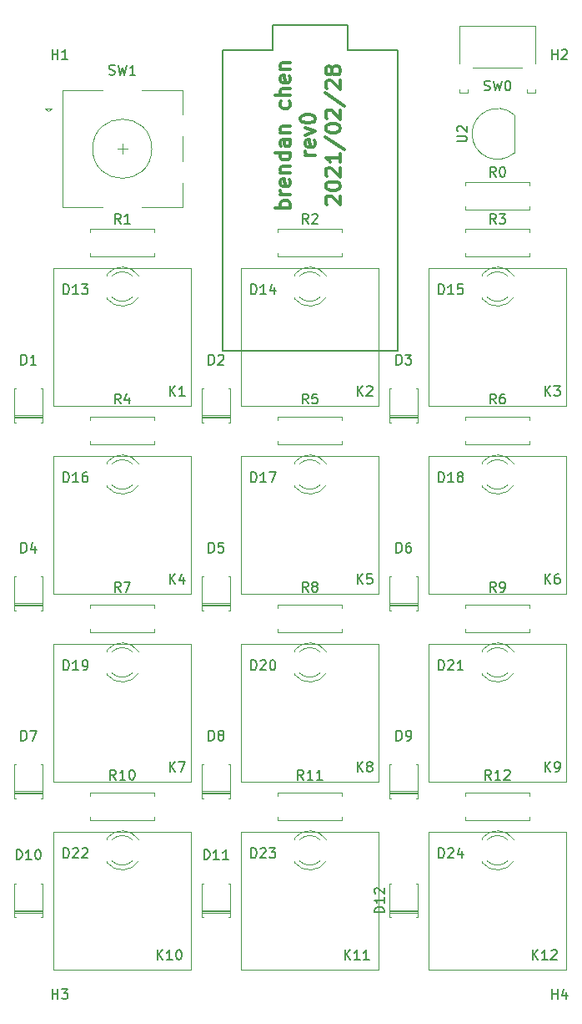
<source format=gto>
%TF.GenerationSoftware,KiCad,Pcbnew,(5.1.9)-1*%
%TF.CreationDate,2021-03-01T21:33:36-08:00*%
%TF.ProjectId,numpad,6e756d70-6164-42e6-9b69-6361645f7063,rev?*%
%TF.SameCoordinates,Original*%
%TF.FileFunction,Legend,Top*%
%TF.FilePolarity,Positive*%
%FSLAX46Y46*%
G04 Gerber Fmt 4.6, Leading zero omitted, Abs format (unit mm)*
G04 Created by KiCad (PCBNEW (5.1.9)-1) date 2021-03-01 21:33:36*
%MOMM*%
%LPD*%
G01*
G04 APERTURE LIST*
%ADD10C,0.300000*%
%ADD11C,0.120000*%
%ADD12C,0.150000*%
G04 APERTURE END LIST*
D10*
X222703321Y-57585642D02*
X221203321Y-57585642D01*
X221774750Y-57585642D02*
X221703321Y-57442785D01*
X221703321Y-57157071D01*
X221774750Y-57014214D01*
X221846178Y-56942785D01*
X221989035Y-56871357D01*
X222417607Y-56871357D01*
X222560464Y-56942785D01*
X222631892Y-57014214D01*
X222703321Y-57157071D01*
X222703321Y-57442785D01*
X222631892Y-57585642D01*
X222703321Y-56228500D02*
X221703321Y-56228500D01*
X221989035Y-56228500D02*
X221846178Y-56157071D01*
X221774750Y-56085642D01*
X221703321Y-55942785D01*
X221703321Y-55799928D01*
X222631892Y-54728500D02*
X222703321Y-54871357D01*
X222703321Y-55157071D01*
X222631892Y-55299928D01*
X222489035Y-55371357D01*
X221917607Y-55371357D01*
X221774750Y-55299928D01*
X221703321Y-55157071D01*
X221703321Y-54871357D01*
X221774750Y-54728500D01*
X221917607Y-54657071D01*
X222060464Y-54657071D01*
X222203321Y-55371357D01*
X221703321Y-54014214D02*
X222703321Y-54014214D01*
X221846178Y-54014214D02*
X221774750Y-53942785D01*
X221703321Y-53799928D01*
X221703321Y-53585642D01*
X221774750Y-53442785D01*
X221917607Y-53371357D01*
X222703321Y-53371357D01*
X222703321Y-52014214D02*
X221203321Y-52014214D01*
X222631892Y-52014214D02*
X222703321Y-52157071D01*
X222703321Y-52442785D01*
X222631892Y-52585642D01*
X222560464Y-52657071D01*
X222417607Y-52728500D01*
X221989035Y-52728500D01*
X221846178Y-52657071D01*
X221774750Y-52585642D01*
X221703321Y-52442785D01*
X221703321Y-52157071D01*
X221774750Y-52014214D01*
X222703321Y-50657071D02*
X221917607Y-50657071D01*
X221774750Y-50728500D01*
X221703321Y-50871357D01*
X221703321Y-51157071D01*
X221774750Y-51299928D01*
X222631892Y-50657071D02*
X222703321Y-50799928D01*
X222703321Y-51157071D01*
X222631892Y-51299928D01*
X222489035Y-51371357D01*
X222346178Y-51371357D01*
X222203321Y-51299928D01*
X222131892Y-51157071D01*
X222131892Y-50799928D01*
X222060464Y-50657071D01*
X221703321Y-49942785D02*
X222703321Y-49942785D01*
X221846178Y-49942785D02*
X221774750Y-49871357D01*
X221703321Y-49728500D01*
X221703321Y-49514214D01*
X221774750Y-49371357D01*
X221917607Y-49299928D01*
X222703321Y-49299928D01*
X222631892Y-46799928D02*
X222703321Y-46942785D01*
X222703321Y-47228500D01*
X222631892Y-47371357D01*
X222560464Y-47442785D01*
X222417607Y-47514214D01*
X221989035Y-47514214D01*
X221846178Y-47442785D01*
X221774750Y-47371357D01*
X221703321Y-47228500D01*
X221703321Y-46942785D01*
X221774750Y-46799928D01*
X222703321Y-46157071D02*
X221203321Y-46157071D01*
X222703321Y-45514214D02*
X221917607Y-45514214D01*
X221774750Y-45585642D01*
X221703321Y-45728500D01*
X221703321Y-45942785D01*
X221774750Y-46085642D01*
X221846178Y-46157071D01*
X222631892Y-44228500D02*
X222703321Y-44371357D01*
X222703321Y-44657071D01*
X222631892Y-44799928D01*
X222489035Y-44871357D01*
X221917607Y-44871357D01*
X221774750Y-44799928D01*
X221703321Y-44657071D01*
X221703321Y-44371357D01*
X221774750Y-44228500D01*
X221917607Y-44157071D01*
X222060464Y-44157071D01*
X222203321Y-44871357D01*
X221703321Y-43514214D02*
X222703321Y-43514214D01*
X221846178Y-43514214D02*
X221774750Y-43442785D01*
X221703321Y-43299928D01*
X221703321Y-43085642D01*
X221774750Y-42942785D01*
X221917607Y-42871357D01*
X222703321Y-42871357D01*
X225253321Y-52264214D02*
X224253321Y-52264214D01*
X224539035Y-52264214D02*
X224396178Y-52192785D01*
X224324750Y-52121357D01*
X224253321Y-51978500D01*
X224253321Y-51835642D01*
X225181892Y-50764214D02*
X225253321Y-50907071D01*
X225253321Y-51192785D01*
X225181892Y-51335642D01*
X225039035Y-51407071D01*
X224467607Y-51407071D01*
X224324750Y-51335642D01*
X224253321Y-51192785D01*
X224253321Y-50907071D01*
X224324750Y-50764214D01*
X224467607Y-50692785D01*
X224610464Y-50692785D01*
X224753321Y-51407071D01*
X224253321Y-50192785D02*
X225253321Y-49835642D01*
X224253321Y-49478500D01*
X223753321Y-48621357D02*
X223753321Y-48478500D01*
X223824750Y-48335642D01*
X223896178Y-48264214D01*
X224039035Y-48192785D01*
X224324750Y-48121357D01*
X224681892Y-48121357D01*
X224967607Y-48192785D01*
X225110464Y-48264214D01*
X225181892Y-48335642D01*
X225253321Y-48478500D01*
X225253321Y-48621357D01*
X225181892Y-48764214D01*
X225110464Y-48835642D01*
X224967607Y-48907071D01*
X224681892Y-48978500D01*
X224324750Y-48978500D01*
X224039035Y-48907071D01*
X223896178Y-48835642D01*
X223824750Y-48764214D01*
X223753321Y-48621357D01*
X226446178Y-57228500D02*
X226374750Y-57157071D01*
X226303321Y-57014214D01*
X226303321Y-56657071D01*
X226374750Y-56514214D01*
X226446178Y-56442785D01*
X226589035Y-56371357D01*
X226731892Y-56371357D01*
X226946178Y-56442785D01*
X227803321Y-57299928D01*
X227803321Y-56371357D01*
X226303321Y-55442785D02*
X226303321Y-55299928D01*
X226374750Y-55157071D01*
X226446178Y-55085642D01*
X226589035Y-55014214D01*
X226874750Y-54942785D01*
X227231892Y-54942785D01*
X227517607Y-55014214D01*
X227660464Y-55085642D01*
X227731892Y-55157071D01*
X227803321Y-55299928D01*
X227803321Y-55442785D01*
X227731892Y-55585642D01*
X227660464Y-55657071D01*
X227517607Y-55728500D01*
X227231892Y-55799928D01*
X226874750Y-55799928D01*
X226589035Y-55728500D01*
X226446178Y-55657071D01*
X226374750Y-55585642D01*
X226303321Y-55442785D01*
X226446178Y-54371357D02*
X226374750Y-54299928D01*
X226303321Y-54157071D01*
X226303321Y-53799928D01*
X226374750Y-53657071D01*
X226446178Y-53585642D01*
X226589035Y-53514214D01*
X226731892Y-53514214D01*
X226946178Y-53585642D01*
X227803321Y-54442785D01*
X227803321Y-53514214D01*
X227803321Y-52085642D02*
X227803321Y-52942785D01*
X227803321Y-52514214D02*
X226303321Y-52514214D01*
X226517607Y-52657071D01*
X226660464Y-52799928D01*
X226731892Y-52942785D01*
X226231892Y-50371357D02*
X228160464Y-51657071D01*
X226303321Y-49585642D02*
X226303321Y-49442785D01*
X226374750Y-49299928D01*
X226446178Y-49228500D01*
X226589035Y-49157071D01*
X226874750Y-49085642D01*
X227231892Y-49085642D01*
X227517607Y-49157071D01*
X227660464Y-49228500D01*
X227731892Y-49299928D01*
X227803321Y-49442785D01*
X227803321Y-49585642D01*
X227731892Y-49728500D01*
X227660464Y-49799928D01*
X227517607Y-49871357D01*
X227231892Y-49942785D01*
X226874750Y-49942785D01*
X226589035Y-49871357D01*
X226446178Y-49799928D01*
X226374750Y-49728500D01*
X226303321Y-49585642D01*
X226446178Y-48514214D02*
X226374750Y-48442785D01*
X226303321Y-48299928D01*
X226303321Y-47942785D01*
X226374750Y-47799928D01*
X226446178Y-47728500D01*
X226589035Y-47657071D01*
X226731892Y-47657071D01*
X226946178Y-47728500D01*
X227803321Y-48585642D01*
X227803321Y-47657071D01*
X226231892Y-45942785D02*
X228160464Y-47228500D01*
X226446178Y-45514214D02*
X226374750Y-45442785D01*
X226303321Y-45299928D01*
X226303321Y-44942785D01*
X226374750Y-44799928D01*
X226446178Y-44728500D01*
X226589035Y-44657071D01*
X226731892Y-44657071D01*
X226946178Y-44728500D01*
X227803321Y-45585642D01*
X227803321Y-44657071D01*
X226946178Y-43799928D02*
X226874750Y-43942785D01*
X226803321Y-44014214D01*
X226660464Y-44085642D01*
X226589035Y-44085642D01*
X226446178Y-44014214D01*
X226374750Y-43942785D01*
X226303321Y-43799928D01*
X226303321Y-43514214D01*
X226374750Y-43371357D01*
X226446178Y-43299928D01*
X226589035Y-43228500D01*
X226660464Y-43228500D01*
X226803321Y-43299928D01*
X226874750Y-43371357D01*
X226946178Y-43514214D01*
X226946178Y-43799928D01*
X227017607Y-43942785D01*
X227089035Y-44014214D01*
X227231892Y-44085642D01*
X227517607Y-44085642D01*
X227660464Y-44014214D01*
X227731892Y-43942785D01*
X227803321Y-43799928D01*
X227803321Y-43514214D01*
X227731892Y-43371357D01*
X227660464Y-43299928D01*
X227517607Y-43228500D01*
X227231892Y-43228500D01*
X227089035Y-43299928D01*
X227017607Y-43371357D01*
X226946178Y-43514214D01*
D11*
%TO.C,SW1*%
X208644858Y-51593750D02*
G75*
G03*
X208644858Y-51593750I-3000000J0D01*
G01*
X207644858Y-45693750D02*
X211744858Y-45693750D01*
X211744858Y-57493750D02*
X207644858Y-57493750D01*
X203644858Y-57493750D02*
X199544858Y-57493750D01*
X203644858Y-45693750D02*
X199544858Y-45693750D01*
X199544858Y-45693750D02*
X199544858Y-57493750D01*
X198144858Y-47793750D02*
X197844858Y-47493750D01*
X197844858Y-47493750D02*
X198444858Y-47493750D01*
X198444858Y-47493750D02*
X198144858Y-47793750D01*
X211744858Y-45693750D02*
X211744858Y-48093750D01*
X211744858Y-50293750D02*
X211744858Y-52893750D01*
X211744858Y-55093750D02*
X211744858Y-57493750D01*
X205644858Y-51093750D02*
X205644858Y-52093750D01*
X205144858Y-51593750D02*
X206144858Y-51593750D01*
%TO.C,K1*%
X212629750Y-63658750D02*
X212629750Y-77628750D01*
X198659750Y-63658750D02*
X212629750Y-63658750D01*
X198659750Y-77628750D02*
X198659750Y-63658750D01*
X212629750Y-77628750D02*
X198659750Y-77628750D01*
%TO.C,K2*%
X231679750Y-63658750D02*
X231679750Y-77628750D01*
X217709750Y-63658750D02*
X231679750Y-63658750D01*
X217709750Y-77628750D02*
X217709750Y-63658750D01*
X231679750Y-77628750D02*
X217709750Y-77628750D01*
%TO.C,K3*%
X250729750Y-63658750D02*
X250729750Y-77628750D01*
X236759750Y-63658750D02*
X250729750Y-63658750D01*
X236759750Y-77628750D02*
X236759750Y-63658750D01*
X250729750Y-77628750D02*
X236759750Y-77628750D01*
%TO.C,K4*%
X212629750Y-82708750D02*
X212629750Y-96678750D01*
X198659750Y-82708750D02*
X212629750Y-82708750D01*
X198659750Y-96678750D02*
X198659750Y-82708750D01*
X212629750Y-96678750D02*
X198659750Y-96678750D01*
%TO.C,K5*%
X231679750Y-96678750D02*
X217709750Y-96678750D01*
X217709750Y-96678750D02*
X217709750Y-82708750D01*
X217709750Y-82708750D02*
X231679750Y-82708750D01*
X231679750Y-82708750D02*
X231679750Y-96678750D01*
%TO.C,K6*%
X250729750Y-82708750D02*
X250729750Y-96678750D01*
X236759750Y-82708750D02*
X250729750Y-82708750D01*
X236759750Y-96678750D02*
X236759750Y-82708750D01*
X250729750Y-96678750D02*
X236759750Y-96678750D01*
%TO.C,K7*%
X212629750Y-115728750D02*
X198659750Y-115728750D01*
X198659750Y-115728750D02*
X198659750Y-101758750D01*
X198659750Y-101758750D02*
X212629750Y-101758750D01*
X212629750Y-101758750D02*
X212629750Y-115728750D01*
%TO.C,K8*%
X231679750Y-101758750D02*
X231679750Y-115728750D01*
X217709750Y-101758750D02*
X231679750Y-101758750D01*
X217709750Y-115728750D02*
X217709750Y-101758750D01*
X231679750Y-115728750D02*
X217709750Y-115728750D01*
%TO.C,K9*%
X250729750Y-115728750D02*
X236759750Y-115728750D01*
X236759750Y-115728750D02*
X236759750Y-101758750D01*
X236759750Y-101758750D02*
X250729750Y-101758750D01*
X250729750Y-101758750D02*
X250729750Y-115728750D01*
%TO.C,K10*%
X212629750Y-120808750D02*
X212629750Y-134778750D01*
X198659750Y-120808750D02*
X212629750Y-120808750D01*
X198659750Y-134778750D02*
X198659750Y-120808750D01*
X212629750Y-134778750D02*
X198659750Y-134778750D01*
%TO.C,K11*%
X231679750Y-120808750D02*
X231679750Y-134778750D01*
X217709750Y-120808750D02*
X231679750Y-120808750D01*
X217709750Y-134778750D02*
X217709750Y-120808750D01*
X231679750Y-134778750D02*
X217709750Y-134778750D01*
%TO.C,K12*%
X250729750Y-134778750D02*
X236759750Y-134778750D01*
X236759750Y-134778750D02*
X236759750Y-120808750D01*
X236759750Y-120808750D02*
X250729750Y-120808750D01*
X250729750Y-120808750D02*
X250729750Y-134778750D01*
D12*
%TO.C,U1*%
X215804750Y-41625000D02*
X215804750Y-72105000D01*
X220884750Y-41625000D02*
X215804750Y-41625000D01*
X220884750Y-39085000D02*
X220884750Y-41625000D01*
X228504750Y-39085000D02*
X220884750Y-39085000D01*
X228504750Y-41625000D02*
X228504750Y-39085000D01*
X233584750Y-41625000D02*
X228504750Y-41625000D01*
X233584750Y-72105000D02*
X233584750Y-41625000D01*
X215804750Y-72105000D02*
X233584750Y-72105000D01*
D11*
%TO.C,D13*%
X204079750Y-66643750D02*
X204079750Y-66799750D01*
X204079750Y-64327750D02*
X204079750Y-64483750D01*
X206680880Y-66643587D02*
G75*
G02*
X204598789Y-66643750I-1041130J1079837D01*
G01*
X206680880Y-64483913D02*
G75*
G03*
X204598789Y-64483750I-1041130J-1079837D01*
G01*
X207312085Y-66642358D02*
G75*
G02*
X204079750Y-66799266I-1672335J1078608D01*
G01*
X207312085Y-64485142D02*
G75*
G03*
X204079750Y-64328234I-1672335J-1078608D01*
G01*
%TO.C,D14*%
X223129750Y-64327750D02*
X223129750Y-64483750D01*
X223129750Y-66643750D02*
X223129750Y-66799750D01*
X226362085Y-64485142D02*
G75*
G03*
X223129750Y-64328234I-1672335J-1078608D01*
G01*
X226362085Y-66642358D02*
G75*
G02*
X223129750Y-66799266I-1672335J1078608D01*
G01*
X225730880Y-64483913D02*
G75*
G03*
X223648789Y-64483750I-1041130J-1079837D01*
G01*
X225730880Y-66643587D02*
G75*
G02*
X223648789Y-66643750I-1041130J1079837D01*
G01*
%TO.C,D15*%
X242179750Y-66643750D02*
X242179750Y-66799750D01*
X242179750Y-64327750D02*
X242179750Y-64483750D01*
X244780880Y-66643587D02*
G75*
G02*
X242698789Y-66643750I-1041130J1079837D01*
G01*
X244780880Y-64483913D02*
G75*
G03*
X242698789Y-64483750I-1041130J-1079837D01*
G01*
X245412085Y-66642358D02*
G75*
G02*
X242179750Y-66799266I-1672335J1078608D01*
G01*
X245412085Y-64485142D02*
G75*
G03*
X242179750Y-64328234I-1672335J-1078608D01*
G01*
%TO.C,D16*%
X204079750Y-83377750D02*
X204079750Y-83533750D01*
X204079750Y-85693750D02*
X204079750Y-85849750D01*
X207312085Y-83535142D02*
G75*
G03*
X204079750Y-83378234I-1672335J-1078608D01*
G01*
X207312085Y-85692358D02*
G75*
G02*
X204079750Y-85849266I-1672335J1078608D01*
G01*
X206680880Y-83533913D02*
G75*
G03*
X204598789Y-83533750I-1041130J-1079837D01*
G01*
X206680880Y-85693587D02*
G75*
G02*
X204598789Y-85693750I-1041130J1079837D01*
G01*
%TO.C,D17*%
X223129750Y-85693750D02*
X223129750Y-85849750D01*
X223129750Y-83377750D02*
X223129750Y-83533750D01*
X225730880Y-85693587D02*
G75*
G02*
X223648789Y-85693750I-1041130J1079837D01*
G01*
X225730880Y-83533913D02*
G75*
G03*
X223648789Y-83533750I-1041130J-1079837D01*
G01*
X226362085Y-85692358D02*
G75*
G02*
X223129750Y-85849266I-1672335J1078608D01*
G01*
X226362085Y-83535142D02*
G75*
G03*
X223129750Y-83378234I-1672335J-1078608D01*
G01*
%TO.C,D18*%
X242179750Y-83377750D02*
X242179750Y-83533750D01*
X242179750Y-85693750D02*
X242179750Y-85849750D01*
X245412085Y-83535142D02*
G75*
G03*
X242179750Y-83378234I-1672335J-1078608D01*
G01*
X245412085Y-85692358D02*
G75*
G02*
X242179750Y-85849266I-1672335J1078608D01*
G01*
X244780880Y-83533913D02*
G75*
G03*
X242698789Y-83533750I-1041130J-1079837D01*
G01*
X244780880Y-85693587D02*
G75*
G02*
X242698789Y-85693750I-1041130J1079837D01*
G01*
%TO.C,D19*%
X204079750Y-104743750D02*
X204079750Y-104899750D01*
X204079750Y-102427750D02*
X204079750Y-102583750D01*
X206680880Y-104743587D02*
G75*
G02*
X204598789Y-104743750I-1041130J1079837D01*
G01*
X206680880Y-102583913D02*
G75*
G03*
X204598789Y-102583750I-1041130J-1079837D01*
G01*
X207312085Y-104742358D02*
G75*
G02*
X204079750Y-104899266I-1672335J1078608D01*
G01*
X207312085Y-102585142D02*
G75*
G03*
X204079750Y-102428234I-1672335J-1078608D01*
G01*
%TO.C,D20*%
X223129750Y-102427750D02*
X223129750Y-102583750D01*
X223129750Y-104743750D02*
X223129750Y-104899750D01*
X226362085Y-102585142D02*
G75*
G03*
X223129750Y-102428234I-1672335J-1078608D01*
G01*
X226362085Y-104742358D02*
G75*
G02*
X223129750Y-104899266I-1672335J1078608D01*
G01*
X225730880Y-102583913D02*
G75*
G03*
X223648789Y-102583750I-1041130J-1079837D01*
G01*
X225730880Y-104743587D02*
G75*
G02*
X223648789Y-104743750I-1041130J1079837D01*
G01*
%TO.C,D21*%
X242179750Y-104743750D02*
X242179750Y-104899750D01*
X242179750Y-102427750D02*
X242179750Y-102583750D01*
X244780880Y-104743587D02*
G75*
G02*
X242698789Y-104743750I-1041130J1079837D01*
G01*
X244780880Y-102583913D02*
G75*
G03*
X242698789Y-102583750I-1041130J-1079837D01*
G01*
X245412085Y-104742358D02*
G75*
G02*
X242179750Y-104899266I-1672335J1078608D01*
G01*
X245412085Y-102585142D02*
G75*
G03*
X242179750Y-102428234I-1672335J-1078608D01*
G01*
%TO.C,D22*%
X204079750Y-121477750D02*
X204079750Y-121633750D01*
X204079750Y-123793750D02*
X204079750Y-123949750D01*
X207312085Y-121635142D02*
G75*
G03*
X204079750Y-121478234I-1672335J-1078608D01*
G01*
X207312085Y-123792358D02*
G75*
G02*
X204079750Y-123949266I-1672335J1078608D01*
G01*
X206680880Y-121633913D02*
G75*
G03*
X204598789Y-121633750I-1041130J-1079837D01*
G01*
X206680880Y-123793587D02*
G75*
G02*
X204598789Y-123793750I-1041130J1079837D01*
G01*
%TO.C,D23*%
X223129750Y-121477750D02*
X223129750Y-121633750D01*
X223129750Y-123793750D02*
X223129750Y-123949750D01*
X226362085Y-121635142D02*
G75*
G03*
X223129750Y-121478234I-1672335J-1078608D01*
G01*
X226362085Y-123792358D02*
G75*
G02*
X223129750Y-123949266I-1672335J1078608D01*
G01*
X225730880Y-121633913D02*
G75*
G03*
X223648789Y-121633750I-1041130J-1079837D01*
G01*
X225730880Y-123793587D02*
G75*
G02*
X223648789Y-123793750I-1041130J1079837D01*
G01*
%TO.C,D24*%
X242179750Y-123793750D02*
X242179750Y-123949750D01*
X242179750Y-121477750D02*
X242179750Y-121633750D01*
X244780880Y-123793587D02*
G75*
G02*
X242698789Y-123793750I-1041130J1079837D01*
G01*
X244780880Y-121633913D02*
G75*
G03*
X242698789Y-121633750I-1041130J-1079837D01*
G01*
X245412085Y-123792358D02*
G75*
G02*
X242179750Y-123949266I-1672335J1078608D01*
G01*
X245412085Y-121635142D02*
G75*
G03*
X242179750Y-121478234I-1672335J-1078608D01*
G01*
%TO.C,R0*%
X240474750Y-55316250D02*
X240474750Y-54986250D01*
X240474750Y-54986250D02*
X247014750Y-54986250D01*
X247014750Y-54986250D02*
X247014750Y-55316250D01*
X240474750Y-57396250D02*
X240474750Y-57726250D01*
X240474750Y-57726250D02*
X247014750Y-57726250D01*
X247014750Y-57726250D02*
X247014750Y-57396250D01*
%TO.C,R1*%
X208914750Y-62488750D02*
X208914750Y-62158750D01*
X202374750Y-62488750D02*
X208914750Y-62488750D01*
X202374750Y-62158750D02*
X202374750Y-62488750D01*
X208914750Y-59748750D02*
X208914750Y-60078750D01*
X202374750Y-59748750D02*
X208914750Y-59748750D01*
X202374750Y-60078750D02*
X202374750Y-59748750D01*
%TO.C,R2*%
X221424750Y-60078750D02*
X221424750Y-59748750D01*
X221424750Y-59748750D02*
X227964750Y-59748750D01*
X227964750Y-59748750D02*
X227964750Y-60078750D01*
X221424750Y-62158750D02*
X221424750Y-62488750D01*
X221424750Y-62488750D02*
X227964750Y-62488750D01*
X227964750Y-62488750D02*
X227964750Y-62158750D01*
%TO.C,R3*%
X240474750Y-60078750D02*
X240474750Y-59748750D01*
X240474750Y-59748750D02*
X247014750Y-59748750D01*
X247014750Y-59748750D02*
X247014750Y-60078750D01*
X240474750Y-62158750D02*
X240474750Y-62488750D01*
X240474750Y-62488750D02*
X247014750Y-62488750D01*
X247014750Y-62488750D02*
X247014750Y-62158750D01*
%TO.C,R4*%
X208914750Y-81538750D02*
X208914750Y-81208750D01*
X202374750Y-81538750D02*
X208914750Y-81538750D01*
X202374750Y-81208750D02*
X202374750Y-81538750D01*
X208914750Y-78798750D02*
X208914750Y-79128750D01*
X202374750Y-78798750D02*
X208914750Y-78798750D01*
X202374750Y-79128750D02*
X202374750Y-78798750D01*
%TO.C,R5*%
X221424750Y-79128750D02*
X221424750Y-78798750D01*
X221424750Y-78798750D02*
X227964750Y-78798750D01*
X227964750Y-78798750D02*
X227964750Y-79128750D01*
X221424750Y-81208750D02*
X221424750Y-81538750D01*
X221424750Y-81538750D02*
X227964750Y-81538750D01*
X227964750Y-81538750D02*
X227964750Y-81208750D01*
%TO.C,R6*%
X247014750Y-81538750D02*
X247014750Y-81208750D01*
X240474750Y-81538750D02*
X247014750Y-81538750D01*
X240474750Y-81208750D02*
X240474750Y-81538750D01*
X247014750Y-78798750D02*
X247014750Y-79128750D01*
X240474750Y-78798750D02*
X247014750Y-78798750D01*
X240474750Y-79128750D02*
X240474750Y-78798750D01*
%TO.C,R7*%
X202374750Y-98178750D02*
X202374750Y-97848750D01*
X202374750Y-97848750D02*
X208914750Y-97848750D01*
X208914750Y-97848750D02*
X208914750Y-98178750D01*
X202374750Y-100258750D02*
X202374750Y-100588750D01*
X202374750Y-100588750D02*
X208914750Y-100588750D01*
X208914750Y-100588750D02*
X208914750Y-100258750D01*
%TO.C,R8*%
X227964750Y-100588750D02*
X227964750Y-100258750D01*
X221424750Y-100588750D02*
X227964750Y-100588750D01*
X221424750Y-100258750D02*
X221424750Y-100588750D01*
X227964750Y-97848750D02*
X227964750Y-98178750D01*
X221424750Y-97848750D02*
X227964750Y-97848750D01*
X221424750Y-98178750D02*
X221424750Y-97848750D01*
%TO.C,R9*%
X247014750Y-100588750D02*
X247014750Y-100258750D01*
X240474750Y-100588750D02*
X247014750Y-100588750D01*
X240474750Y-100258750D02*
X240474750Y-100588750D01*
X247014750Y-97848750D02*
X247014750Y-98178750D01*
X240474750Y-97848750D02*
X247014750Y-97848750D01*
X240474750Y-98178750D02*
X240474750Y-97848750D01*
%TO.C,R10*%
X202374750Y-117228750D02*
X202374750Y-116898750D01*
X202374750Y-116898750D02*
X208914750Y-116898750D01*
X208914750Y-116898750D02*
X208914750Y-117228750D01*
X202374750Y-119308750D02*
X202374750Y-119638750D01*
X202374750Y-119638750D02*
X208914750Y-119638750D01*
X208914750Y-119638750D02*
X208914750Y-119308750D01*
%TO.C,R11*%
X227964750Y-119638750D02*
X227964750Y-119308750D01*
X221424750Y-119638750D02*
X227964750Y-119638750D01*
X221424750Y-119308750D02*
X221424750Y-119638750D01*
X227964750Y-116898750D02*
X227964750Y-117228750D01*
X221424750Y-116898750D02*
X227964750Y-116898750D01*
X221424750Y-117228750D02*
X221424750Y-116898750D01*
%TO.C,R12*%
X240474750Y-117228750D02*
X240474750Y-116898750D01*
X240474750Y-116898750D02*
X247014750Y-116898750D01*
X247014750Y-116898750D02*
X247014750Y-117228750D01*
X240474750Y-119308750D02*
X240474750Y-119638750D01*
X240474750Y-119638750D02*
X247014750Y-119638750D01*
X247014750Y-119638750D02*
X247014750Y-119308750D01*
%TO.C,SW0*%
X239874750Y-45588750D02*
X239874750Y-45888750D01*
X240764750Y-45888750D02*
X240764750Y-45538750D01*
X240764750Y-45888750D02*
X239874750Y-45888750D01*
X241254750Y-43338750D02*
X246234750Y-43338750D01*
X239874750Y-39098750D02*
X239874750Y-42948750D01*
X247614750Y-39098750D02*
X239874750Y-39098750D01*
X247614750Y-42948750D02*
X247614750Y-39098750D01*
X247614750Y-45588750D02*
X247614750Y-45888750D01*
X247614750Y-45888750D02*
X246724750Y-45888750D01*
X246724750Y-45888750D02*
X246724750Y-45538750D01*
%TO.C,U2*%
X245444750Y-52026250D02*
X245444750Y-48176250D01*
X245434872Y-48137639D02*
G75*
G03*
X245444750Y-52026250I-1690122J-1948611D01*
G01*
%TO.C,D1*%
X194879750Y-79348750D02*
X194699750Y-79348750D01*
X194699750Y-79348750D02*
X194699750Y-75908750D01*
X194699750Y-75908750D02*
X194879750Y-75908750D01*
X197359750Y-79348750D02*
X197539750Y-79348750D01*
X197539750Y-79348750D02*
X197539750Y-75908750D01*
X197539750Y-75908750D02*
X197359750Y-75908750D01*
X194699750Y-78748750D02*
X197539750Y-78748750D01*
X194699750Y-78628750D02*
X197539750Y-78628750D01*
X194699750Y-78868750D02*
X197539750Y-78868750D01*
%TO.C,D2*%
X213929750Y-79348750D02*
X213749750Y-79348750D01*
X213749750Y-79348750D02*
X213749750Y-75908750D01*
X213749750Y-75908750D02*
X213929750Y-75908750D01*
X216409750Y-79348750D02*
X216589750Y-79348750D01*
X216589750Y-79348750D02*
X216589750Y-75908750D01*
X216589750Y-75908750D02*
X216409750Y-75908750D01*
X213749750Y-78748750D02*
X216589750Y-78748750D01*
X213749750Y-78628750D02*
X216589750Y-78628750D01*
X213749750Y-78868750D02*
X216589750Y-78868750D01*
%TO.C,D3*%
X232799750Y-78868750D02*
X235639750Y-78868750D01*
X232799750Y-78628750D02*
X235639750Y-78628750D01*
X232799750Y-78748750D02*
X235639750Y-78748750D01*
X235639750Y-75908750D02*
X235459750Y-75908750D01*
X235639750Y-79348750D02*
X235639750Y-75908750D01*
X235459750Y-79348750D02*
X235639750Y-79348750D01*
X232799750Y-75908750D02*
X232979750Y-75908750D01*
X232799750Y-79348750D02*
X232799750Y-75908750D01*
X232979750Y-79348750D02*
X232799750Y-79348750D01*
%TO.C,D4*%
X194879750Y-98398750D02*
X194699750Y-98398750D01*
X194699750Y-98398750D02*
X194699750Y-94958750D01*
X194699750Y-94958750D02*
X194879750Y-94958750D01*
X197359750Y-98398750D02*
X197539750Y-98398750D01*
X197539750Y-98398750D02*
X197539750Y-94958750D01*
X197539750Y-94958750D02*
X197359750Y-94958750D01*
X194699750Y-97798750D02*
X197539750Y-97798750D01*
X194699750Y-97678750D02*
X197539750Y-97678750D01*
X194699750Y-97918750D02*
X197539750Y-97918750D01*
%TO.C,D5*%
X213749750Y-97918750D02*
X216589750Y-97918750D01*
X213749750Y-97678750D02*
X216589750Y-97678750D01*
X213749750Y-97798750D02*
X216589750Y-97798750D01*
X216589750Y-94958750D02*
X216409750Y-94958750D01*
X216589750Y-98398750D02*
X216589750Y-94958750D01*
X216409750Y-98398750D02*
X216589750Y-98398750D01*
X213749750Y-94958750D02*
X213929750Y-94958750D01*
X213749750Y-98398750D02*
X213749750Y-94958750D01*
X213929750Y-98398750D02*
X213749750Y-98398750D01*
%TO.C,D6*%
X232979750Y-98398750D02*
X232799750Y-98398750D01*
X232799750Y-98398750D02*
X232799750Y-94958750D01*
X232799750Y-94958750D02*
X232979750Y-94958750D01*
X235459750Y-98398750D02*
X235639750Y-98398750D01*
X235639750Y-98398750D02*
X235639750Y-94958750D01*
X235639750Y-94958750D02*
X235459750Y-94958750D01*
X232799750Y-97798750D02*
X235639750Y-97798750D01*
X232799750Y-97678750D02*
X235639750Y-97678750D01*
X232799750Y-97918750D02*
X235639750Y-97918750D01*
%TO.C,D7*%
X194699750Y-116968750D02*
X197539750Y-116968750D01*
X194699750Y-116728750D02*
X197539750Y-116728750D01*
X194699750Y-116848750D02*
X197539750Y-116848750D01*
X197539750Y-114008750D02*
X197359750Y-114008750D01*
X197539750Y-117448750D02*
X197539750Y-114008750D01*
X197359750Y-117448750D02*
X197539750Y-117448750D01*
X194699750Y-114008750D02*
X194879750Y-114008750D01*
X194699750Y-117448750D02*
X194699750Y-114008750D01*
X194879750Y-117448750D02*
X194699750Y-117448750D01*
%TO.C,D8*%
X213929750Y-117448750D02*
X213749750Y-117448750D01*
X213749750Y-117448750D02*
X213749750Y-114008750D01*
X213749750Y-114008750D02*
X213929750Y-114008750D01*
X216409750Y-117448750D02*
X216589750Y-117448750D01*
X216589750Y-117448750D02*
X216589750Y-114008750D01*
X216589750Y-114008750D02*
X216409750Y-114008750D01*
X213749750Y-116848750D02*
X216589750Y-116848750D01*
X213749750Y-116728750D02*
X216589750Y-116728750D01*
X213749750Y-116968750D02*
X216589750Y-116968750D01*
%TO.C,D9*%
X232799750Y-116968750D02*
X235639750Y-116968750D01*
X232799750Y-116728750D02*
X235639750Y-116728750D01*
X232799750Y-116848750D02*
X235639750Y-116848750D01*
X235639750Y-114008750D02*
X235459750Y-114008750D01*
X235639750Y-117448750D02*
X235639750Y-114008750D01*
X235459750Y-117448750D02*
X235639750Y-117448750D01*
X232799750Y-114008750D02*
X232979750Y-114008750D01*
X232799750Y-117448750D02*
X232799750Y-114008750D01*
X232979750Y-117448750D02*
X232799750Y-117448750D01*
%TO.C,D10*%
X194879750Y-129513750D02*
X194699750Y-129513750D01*
X194699750Y-129513750D02*
X194699750Y-126073750D01*
X194699750Y-126073750D02*
X194879750Y-126073750D01*
X197359750Y-129513750D02*
X197539750Y-129513750D01*
X197539750Y-129513750D02*
X197539750Y-126073750D01*
X197539750Y-126073750D02*
X197359750Y-126073750D01*
X194699750Y-128913750D02*
X197539750Y-128913750D01*
X194699750Y-128793750D02*
X197539750Y-128793750D01*
X194699750Y-129033750D02*
X197539750Y-129033750D01*
%TO.C,D11*%
X213749750Y-129033750D02*
X216589750Y-129033750D01*
X213749750Y-128793750D02*
X216589750Y-128793750D01*
X213749750Y-128913750D02*
X216589750Y-128913750D01*
X216589750Y-126073750D02*
X216409750Y-126073750D01*
X216589750Y-129513750D02*
X216589750Y-126073750D01*
X216409750Y-129513750D02*
X216589750Y-129513750D01*
X213749750Y-126073750D02*
X213929750Y-126073750D01*
X213749750Y-129513750D02*
X213749750Y-126073750D01*
X213929750Y-129513750D02*
X213749750Y-129513750D01*
%TO.C,D12*%
X232799750Y-129033750D02*
X235639750Y-129033750D01*
X232799750Y-128793750D02*
X235639750Y-128793750D01*
X232799750Y-128913750D02*
X235639750Y-128913750D01*
X235639750Y-126073750D02*
X235459750Y-126073750D01*
X235639750Y-129513750D02*
X235639750Y-126073750D01*
X235459750Y-129513750D02*
X235639750Y-129513750D01*
X232799750Y-126073750D02*
X232979750Y-126073750D01*
X232799750Y-129513750D02*
X232799750Y-126073750D01*
X232979750Y-129513750D02*
X232799750Y-129513750D01*
%TO.C,SW1*%
D12*
X204311416Y-44061011D02*
X204454273Y-44108630D01*
X204692369Y-44108630D01*
X204787607Y-44061011D01*
X204835226Y-44013392D01*
X204882845Y-43918154D01*
X204882845Y-43822916D01*
X204835226Y-43727678D01*
X204787607Y-43680059D01*
X204692369Y-43632440D01*
X204501892Y-43584821D01*
X204406654Y-43537202D01*
X204359035Y-43489583D01*
X204311416Y-43394345D01*
X204311416Y-43299107D01*
X204359035Y-43203869D01*
X204406654Y-43156250D01*
X204501892Y-43108630D01*
X204739988Y-43108630D01*
X204882845Y-43156250D01*
X205216178Y-43108630D02*
X205454273Y-44108630D01*
X205644750Y-43394345D01*
X205835226Y-44108630D01*
X206073321Y-43108630D01*
X206978083Y-44108630D02*
X206406654Y-44108630D01*
X206692369Y-44108630D02*
X206692369Y-43108630D01*
X206597130Y-43251488D01*
X206501892Y-43346726D01*
X206406654Y-43394345D01*
%TO.C,K1*%
X210462904Y-76652380D02*
X210462904Y-75652380D01*
X211034333Y-76652380D02*
X210605761Y-76080952D01*
X211034333Y-75652380D02*
X210462904Y-76223809D01*
X211986714Y-76652380D02*
X211415285Y-76652380D01*
X211701000Y-76652380D02*
X211701000Y-75652380D01*
X211605761Y-75795238D01*
X211510523Y-75890476D01*
X211415285Y-75938095D01*
%TO.C,K2*%
X229512904Y-76652380D02*
X229512904Y-75652380D01*
X230084333Y-76652380D02*
X229655761Y-76080952D01*
X230084333Y-75652380D02*
X229512904Y-76223809D01*
X230465285Y-75747619D02*
X230512904Y-75700000D01*
X230608142Y-75652380D01*
X230846238Y-75652380D01*
X230941476Y-75700000D01*
X230989095Y-75747619D01*
X231036714Y-75842857D01*
X231036714Y-75938095D01*
X230989095Y-76080952D01*
X230417666Y-76652380D01*
X231036714Y-76652380D01*
%TO.C,K3*%
X248562904Y-76652380D02*
X248562904Y-75652380D01*
X249134333Y-76652380D02*
X248705761Y-76080952D01*
X249134333Y-75652380D02*
X248562904Y-76223809D01*
X249467666Y-75652380D02*
X250086714Y-75652380D01*
X249753380Y-76033333D01*
X249896238Y-76033333D01*
X249991476Y-76080952D01*
X250039095Y-76128571D01*
X250086714Y-76223809D01*
X250086714Y-76461904D01*
X250039095Y-76557142D01*
X249991476Y-76604761D01*
X249896238Y-76652380D01*
X249610523Y-76652380D01*
X249515285Y-76604761D01*
X249467666Y-76557142D01*
%TO.C,K4*%
X210462904Y-95702380D02*
X210462904Y-94702380D01*
X211034333Y-95702380D02*
X210605761Y-95130952D01*
X211034333Y-94702380D02*
X210462904Y-95273809D01*
X211891476Y-95035714D02*
X211891476Y-95702380D01*
X211653380Y-94654761D02*
X211415285Y-95369047D01*
X212034333Y-95369047D01*
%TO.C,K5*%
X229512904Y-95702380D02*
X229512904Y-94702380D01*
X230084333Y-95702380D02*
X229655761Y-95130952D01*
X230084333Y-94702380D02*
X229512904Y-95273809D01*
X230989095Y-94702380D02*
X230512904Y-94702380D01*
X230465285Y-95178571D01*
X230512904Y-95130952D01*
X230608142Y-95083333D01*
X230846238Y-95083333D01*
X230941476Y-95130952D01*
X230989095Y-95178571D01*
X231036714Y-95273809D01*
X231036714Y-95511904D01*
X230989095Y-95607142D01*
X230941476Y-95654761D01*
X230846238Y-95702380D01*
X230608142Y-95702380D01*
X230512904Y-95654761D01*
X230465285Y-95607142D01*
%TO.C,K6*%
X248562904Y-95702380D02*
X248562904Y-94702380D01*
X249134333Y-95702380D02*
X248705761Y-95130952D01*
X249134333Y-94702380D02*
X248562904Y-95273809D01*
X249991476Y-94702380D02*
X249801000Y-94702380D01*
X249705761Y-94750000D01*
X249658142Y-94797619D01*
X249562904Y-94940476D01*
X249515285Y-95130952D01*
X249515285Y-95511904D01*
X249562904Y-95607142D01*
X249610523Y-95654761D01*
X249705761Y-95702380D01*
X249896238Y-95702380D01*
X249991476Y-95654761D01*
X250039095Y-95607142D01*
X250086714Y-95511904D01*
X250086714Y-95273809D01*
X250039095Y-95178571D01*
X249991476Y-95130952D01*
X249896238Y-95083333D01*
X249705761Y-95083333D01*
X249610523Y-95130952D01*
X249562904Y-95178571D01*
X249515285Y-95273809D01*
%TO.C,K7*%
X210462904Y-114752380D02*
X210462904Y-113752380D01*
X211034333Y-114752380D02*
X210605761Y-114180952D01*
X211034333Y-113752380D02*
X210462904Y-114323809D01*
X211367666Y-113752380D02*
X212034333Y-113752380D01*
X211605761Y-114752380D01*
%TO.C,K8*%
X229512904Y-114752380D02*
X229512904Y-113752380D01*
X230084333Y-114752380D02*
X229655761Y-114180952D01*
X230084333Y-113752380D02*
X229512904Y-114323809D01*
X230655761Y-114180952D02*
X230560523Y-114133333D01*
X230512904Y-114085714D01*
X230465285Y-113990476D01*
X230465285Y-113942857D01*
X230512904Y-113847619D01*
X230560523Y-113800000D01*
X230655761Y-113752380D01*
X230846238Y-113752380D01*
X230941476Y-113800000D01*
X230989095Y-113847619D01*
X231036714Y-113942857D01*
X231036714Y-113990476D01*
X230989095Y-114085714D01*
X230941476Y-114133333D01*
X230846238Y-114180952D01*
X230655761Y-114180952D01*
X230560523Y-114228571D01*
X230512904Y-114276190D01*
X230465285Y-114371428D01*
X230465285Y-114561904D01*
X230512904Y-114657142D01*
X230560523Y-114704761D01*
X230655761Y-114752380D01*
X230846238Y-114752380D01*
X230941476Y-114704761D01*
X230989095Y-114657142D01*
X231036714Y-114561904D01*
X231036714Y-114371428D01*
X230989095Y-114276190D01*
X230941476Y-114228571D01*
X230846238Y-114180952D01*
%TO.C,K9*%
X248562904Y-114752380D02*
X248562904Y-113752380D01*
X249134333Y-114752380D02*
X248705761Y-114180952D01*
X249134333Y-113752380D02*
X248562904Y-114323809D01*
X249610523Y-114752380D02*
X249801000Y-114752380D01*
X249896238Y-114704761D01*
X249943857Y-114657142D01*
X250039095Y-114514285D01*
X250086714Y-114323809D01*
X250086714Y-113942857D01*
X250039095Y-113847619D01*
X249991476Y-113800000D01*
X249896238Y-113752380D01*
X249705761Y-113752380D01*
X249610523Y-113800000D01*
X249562904Y-113847619D01*
X249515285Y-113942857D01*
X249515285Y-114180952D01*
X249562904Y-114276190D01*
X249610523Y-114323809D01*
X249705761Y-114371428D01*
X249896238Y-114371428D01*
X249991476Y-114323809D01*
X250039095Y-114276190D01*
X250086714Y-114180952D01*
%TO.C,K10*%
X209192964Y-133802380D02*
X209192964Y-132802380D01*
X209764392Y-133802380D02*
X209335821Y-133230952D01*
X209764392Y-132802380D02*
X209192964Y-133373809D01*
X210716773Y-133802380D02*
X210145345Y-133802380D01*
X210431059Y-133802380D02*
X210431059Y-132802380D01*
X210335821Y-132945238D01*
X210240583Y-133040476D01*
X210145345Y-133088095D01*
X211335821Y-132802380D02*
X211431059Y-132802380D01*
X211526297Y-132850000D01*
X211573916Y-132897619D01*
X211621535Y-132992857D01*
X211669154Y-133183333D01*
X211669154Y-133421428D01*
X211621535Y-133611904D01*
X211573916Y-133707142D01*
X211526297Y-133754761D01*
X211431059Y-133802380D01*
X211335821Y-133802380D01*
X211240583Y-133754761D01*
X211192964Y-133707142D01*
X211145345Y-133611904D01*
X211097726Y-133421428D01*
X211097726Y-133183333D01*
X211145345Y-132992857D01*
X211192964Y-132897619D01*
X211240583Y-132850000D01*
X211335821Y-132802380D01*
%TO.C,K11*%
X228242964Y-133802380D02*
X228242964Y-132802380D01*
X228814392Y-133802380D02*
X228385821Y-133230952D01*
X228814392Y-132802380D02*
X228242964Y-133373809D01*
X229766773Y-133802380D02*
X229195345Y-133802380D01*
X229481059Y-133802380D02*
X229481059Y-132802380D01*
X229385821Y-132945238D01*
X229290583Y-133040476D01*
X229195345Y-133088095D01*
X230719154Y-133802380D02*
X230147726Y-133802380D01*
X230433440Y-133802380D02*
X230433440Y-132802380D01*
X230338202Y-132945238D01*
X230242964Y-133040476D01*
X230147726Y-133088095D01*
%TO.C,K12*%
X247292964Y-133802380D02*
X247292964Y-132802380D01*
X247864392Y-133802380D02*
X247435821Y-133230952D01*
X247864392Y-132802380D02*
X247292964Y-133373809D01*
X248816773Y-133802380D02*
X248245345Y-133802380D01*
X248531059Y-133802380D02*
X248531059Y-132802380D01*
X248435821Y-132945238D01*
X248340583Y-133040476D01*
X248245345Y-133088095D01*
X249197726Y-132897619D02*
X249245345Y-132850000D01*
X249340583Y-132802380D01*
X249578678Y-132802380D01*
X249673916Y-132850000D01*
X249721535Y-132897619D01*
X249769154Y-132992857D01*
X249769154Y-133088095D01*
X249721535Y-133230952D01*
X249150107Y-133802380D01*
X249769154Y-133802380D01*
%TO.C,D13*%
X199667964Y-66333630D02*
X199667964Y-65333630D01*
X199906059Y-65333630D01*
X200048916Y-65381250D01*
X200144154Y-65476488D01*
X200191773Y-65571726D01*
X200239392Y-65762202D01*
X200239392Y-65905059D01*
X200191773Y-66095535D01*
X200144154Y-66190773D01*
X200048916Y-66286011D01*
X199906059Y-66333630D01*
X199667964Y-66333630D01*
X201191773Y-66333630D02*
X200620345Y-66333630D01*
X200906059Y-66333630D02*
X200906059Y-65333630D01*
X200810821Y-65476488D01*
X200715583Y-65571726D01*
X200620345Y-65619345D01*
X201525107Y-65333630D02*
X202144154Y-65333630D01*
X201810821Y-65714583D01*
X201953678Y-65714583D01*
X202048916Y-65762202D01*
X202096535Y-65809821D01*
X202144154Y-65905059D01*
X202144154Y-66143154D01*
X202096535Y-66238392D01*
X202048916Y-66286011D01*
X201953678Y-66333630D01*
X201667964Y-66333630D01*
X201572726Y-66286011D01*
X201525107Y-66238392D01*
%TO.C,D14*%
X218717964Y-66333630D02*
X218717964Y-65333630D01*
X218956059Y-65333630D01*
X219098916Y-65381250D01*
X219194154Y-65476488D01*
X219241773Y-65571726D01*
X219289392Y-65762202D01*
X219289392Y-65905059D01*
X219241773Y-66095535D01*
X219194154Y-66190773D01*
X219098916Y-66286011D01*
X218956059Y-66333630D01*
X218717964Y-66333630D01*
X220241773Y-66333630D02*
X219670345Y-66333630D01*
X219956059Y-66333630D02*
X219956059Y-65333630D01*
X219860821Y-65476488D01*
X219765583Y-65571726D01*
X219670345Y-65619345D01*
X221098916Y-65666964D02*
X221098916Y-66333630D01*
X220860821Y-65286011D02*
X220622726Y-66000297D01*
X221241773Y-66000297D01*
%TO.C,D15*%
X237767964Y-66333630D02*
X237767964Y-65333630D01*
X238006059Y-65333630D01*
X238148916Y-65381250D01*
X238244154Y-65476488D01*
X238291773Y-65571726D01*
X238339392Y-65762202D01*
X238339392Y-65905059D01*
X238291773Y-66095535D01*
X238244154Y-66190773D01*
X238148916Y-66286011D01*
X238006059Y-66333630D01*
X237767964Y-66333630D01*
X239291773Y-66333630D02*
X238720345Y-66333630D01*
X239006059Y-66333630D02*
X239006059Y-65333630D01*
X238910821Y-65476488D01*
X238815583Y-65571726D01*
X238720345Y-65619345D01*
X240196535Y-65333630D02*
X239720345Y-65333630D01*
X239672726Y-65809821D01*
X239720345Y-65762202D01*
X239815583Y-65714583D01*
X240053678Y-65714583D01*
X240148916Y-65762202D01*
X240196535Y-65809821D01*
X240244154Y-65905059D01*
X240244154Y-66143154D01*
X240196535Y-66238392D01*
X240148916Y-66286011D01*
X240053678Y-66333630D01*
X239815583Y-66333630D01*
X239720345Y-66286011D01*
X239672726Y-66238392D01*
%TO.C,D16*%
X199667964Y-85383630D02*
X199667964Y-84383630D01*
X199906059Y-84383630D01*
X200048916Y-84431250D01*
X200144154Y-84526488D01*
X200191773Y-84621726D01*
X200239392Y-84812202D01*
X200239392Y-84955059D01*
X200191773Y-85145535D01*
X200144154Y-85240773D01*
X200048916Y-85336011D01*
X199906059Y-85383630D01*
X199667964Y-85383630D01*
X201191773Y-85383630D02*
X200620345Y-85383630D01*
X200906059Y-85383630D02*
X200906059Y-84383630D01*
X200810821Y-84526488D01*
X200715583Y-84621726D01*
X200620345Y-84669345D01*
X202048916Y-84383630D02*
X201858440Y-84383630D01*
X201763202Y-84431250D01*
X201715583Y-84478869D01*
X201620345Y-84621726D01*
X201572726Y-84812202D01*
X201572726Y-85193154D01*
X201620345Y-85288392D01*
X201667964Y-85336011D01*
X201763202Y-85383630D01*
X201953678Y-85383630D01*
X202048916Y-85336011D01*
X202096535Y-85288392D01*
X202144154Y-85193154D01*
X202144154Y-84955059D01*
X202096535Y-84859821D01*
X202048916Y-84812202D01*
X201953678Y-84764583D01*
X201763202Y-84764583D01*
X201667964Y-84812202D01*
X201620345Y-84859821D01*
X201572726Y-84955059D01*
%TO.C,D17*%
X218717964Y-85383630D02*
X218717964Y-84383630D01*
X218956059Y-84383630D01*
X219098916Y-84431250D01*
X219194154Y-84526488D01*
X219241773Y-84621726D01*
X219289392Y-84812202D01*
X219289392Y-84955059D01*
X219241773Y-85145535D01*
X219194154Y-85240773D01*
X219098916Y-85336011D01*
X218956059Y-85383630D01*
X218717964Y-85383630D01*
X220241773Y-85383630D02*
X219670345Y-85383630D01*
X219956059Y-85383630D02*
X219956059Y-84383630D01*
X219860821Y-84526488D01*
X219765583Y-84621726D01*
X219670345Y-84669345D01*
X220575107Y-84383630D02*
X221241773Y-84383630D01*
X220813202Y-85383630D01*
%TO.C,D18*%
X237767964Y-85383630D02*
X237767964Y-84383630D01*
X238006059Y-84383630D01*
X238148916Y-84431250D01*
X238244154Y-84526488D01*
X238291773Y-84621726D01*
X238339392Y-84812202D01*
X238339392Y-84955059D01*
X238291773Y-85145535D01*
X238244154Y-85240773D01*
X238148916Y-85336011D01*
X238006059Y-85383630D01*
X237767964Y-85383630D01*
X239291773Y-85383630D02*
X238720345Y-85383630D01*
X239006059Y-85383630D02*
X239006059Y-84383630D01*
X238910821Y-84526488D01*
X238815583Y-84621726D01*
X238720345Y-84669345D01*
X239863202Y-84812202D02*
X239767964Y-84764583D01*
X239720345Y-84716964D01*
X239672726Y-84621726D01*
X239672726Y-84574107D01*
X239720345Y-84478869D01*
X239767964Y-84431250D01*
X239863202Y-84383630D01*
X240053678Y-84383630D01*
X240148916Y-84431250D01*
X240196535Y-84478869D01*
X240244154Y-84574107D01*
X240244154Y-84621726D01*
X240196535Y-84716964D01*
X240148916Y-84764583D01*
X240053678Y-84812202D01*
X239863202Y-84812202D01*
X239767964Y-84859821D01*
X239720345Y-84907440D01*
X239672726Y-85002678D01*
X239672726Y-85193154D01*
X239720345Y-85288392D01*
X239767964Y-85336011D01*
X239863202Y-85383630D01*
X240053678Y-85383630D01*
X240148916Y-85336011D01*
X240196535Y-85288392D01*
X240244154Y-85193154D01*
X240244154Y-85002678D01*
X240196535Y-84907440D01*
X240148916Y-84859821D01*
X240053678Y-84812202D01*
%TO.C,D19*%
X199667964Y-104433630D02*
X199667964Y-103433630D01*
X199906059Y-103433630D01*
X200048916Y-103481250D01*
X200144154Y-103576488D01*
X200191773Y-103671726D01*
X200239392Y-103862202D01*
X200239392Y-104005059D01*
X200191773Y-104195535D01*
X200144154Y-104290773D01*
X200048916Y-104386011D01*
X199906059Y-104433630D01*
X199667964Y-104433630D01*
X201191773Y-104433630D02*
X200620345Y-104433630D01*
X200906059Y-104433630D02*
X200906059Y-103433630D01*
X200810821Y-103576488D01*
X200715583Y-103671726D01*
X200620345Y-103719345D01*
X201667964Y-104433630D02*
X201858440Y-104433630D01*
X201953678Y-104386011D01*
X202001297Y-104338392D01*
X202096535Y-104195535D01*
X202144154Y-104005059D01*
X202144154Y-103624107D01*
X202096535Y-103528869D01*
X202048916Y-103481250D01*
X201953678Y-103433630D01*
X201763202Y-103433630D01*
X201667964Y-103481250D01*
X201620345Y-103528869D01*
X201572726Y-103624107D01*
X201572726Y-103862202D01*
X201620345Y-103957440D01*
X201667964Y-104005059D01*
X201763202Y-104052678D01*
X201953678Y-104052678D01*
X202048916Y-104005059D01*
X202096535Y-103957440D01*
X202144154Y-103862202D01*
%TO.C,D20*%
X218717964Y-104433630D02*
X218717964Y-103433630D01*
X218956059Y-103433630D01*
X219098916Y-103481250D01*
X219194154Y-103576488D01*
X219241773Y-103671726D01*
X219289392Y-103862202D01*
X219289392Y-104005059D01*
X219241773Y-104195535D01*
X219194154Y-104290773D01*
X219098916Y-104386011D01*
X218956059Y-104433630D01*
X218717964Y-104433630D01*
X219670345Y-103528869D02*
X219717964Y-103481250D01*
X219813202Y-103433630D01*
X220051297Y-103433630D01*
X220146535Y-103481250D01*
X220194154Y-103528869D01*
X220241773Y-103624107D01*
X220241773Y-103719345D01*
X220194154Y-103862202D01*
X219622726Y-104433630D01*
X220241773Y-104433630D01*
X220860821Y-103433630D02*
X220956059Y-103433630D01*
X221051297Y-103481250D01*
X221098916Y-103528869D01*
X221146535Y-103624107D01*
X221194154Y-103814583D01*
X221194154Y-104052678D01*
X221146535Y-104243154D01*
X221098916Y-104338392D01*
X221051297Y-104386011D01*
X220956059Y-104433630D01*
X220860821Y-104433630D01*
X220765583Y-104386011D01*
X220717964Y-104338392D01*
X220670345Y-104243154D01*
X220622726Y-104052678D01*
X220622726Y-103814583D01*
X220670345Y-103624107D01*
X220717964Y-103528869D01*
X220765583Y-103481250D01*
X220860821Y-103433630D01*
%TO.C,D21*%
X237767964Y-104433630D02*
X237767964Y-103433630D01*
X238006059Y-103433630D01*
X238148916Y-103481250D01*
X238244154Y-103576488D01*
X238291773Y-103671726D01*
X238339392Y-103862202D01*
X238339392Y-104005059D01*
X238291773Y-104195535D01*
X238244154Y-104290773D01*
X238148916Y-104386011D01*
X238006059Y-104433630D01*
X237767964Y-104433630D01*
X238720345Y-103528869D02*
X238767964Y-103481250D01*
X238863202Y-103433630D01*
X239101297Y-103433630D01*
X239196535Y-103481250D01*
X239244154Y-103528869D01*
X239291773Y-103624107D01*
X239291773Y-103719345D01*
X239244154Y-103862202D01*
X238672726Y-104433630D01*
X239291773Y-104433630D01*
X240244154Y-104433630D02*
X239672726Y-104433630D01*
X239958440Y-104433630D02*
X239958440Y-103433630D01*
X239863202Y-103576488D01*
X239767964Y-103671726D01*
X239672726Y-103719345D01*
%TO.C,D22*%
X199667964Y-123483630D02*
X199667964Y-122483630D01*
X199906059Y-122483630D01*
X200048916Y-122531250D01*
X200144154Y-122626488D01*
X200191773Y-122721726D01*
X200239392Y-122912202D01*
X200239392Y-123055059D01*
X200191773Y-123245535D01*
X200144154Y-123340773D01*
X200048916Y-123436011D01*
X199906059Y-123483630D01*
X199667964Y-123483630D01*
X200620345Y-122578869D02*
X200667964Y-122531250D01*
X200763202Y-122483630D01*
X201001297Y-122483630D01*
X201096535Y-122531250D01*
X201144154Y-122578869D01*
X201191773Y-122674107D01*
X201191773Y-122769345D01*
X201144154Y-122912202D01*
X200572726Y-123483630D01*
X201191773Y-123483630D01*
X201572726Y-122578869D02*
X201620345Y-122531250D01*
X201715583Y-122483630D01*
X201953678Y-122483630D01*
X202048916Y-122531250D01*
X202096535Y-122578869D01*
X202144154Y-122674107D01*
X202144154Y-122769345D01*
X202096535Y-122912202D01*
X201525107Y-123483630D01*
X202144154Y-123483630D01*
%TO.C,D23*%
X218717964Y-123483630D02*
X218717964Y-122483630D01*
X218956059Y-122483630D01*
X219098916Y-122531250D01*
X219194154Y-122626488D01*
X219241773Y-122721726D01*
X219289392Y-122912202D01*
X219289392Y-123055059D01*
X219241773Y-123245535D01*
X219194154Y-123340773D01*
X219098916Y-123436011D01*
X218956059Y-123483630D01*
X218717964Y-123483630D01*
X219670345Y-122578869D02*
X219717964Y-122531250D01*
X219813202Y-122483630D01*
X220051297Y-122483630D01*
X220146535Y-122531250D01*
X220194154Y-122578869D01*
X220241773Y-122674107D01*
X220241773Y-122769345D01*
X220194154Y-122912202D01*
X219622726Y-123483630D01*
X220241773Y-123483630D01*
X220575107Y-122483630D02*
X221194154Y-122483630D01*
X220860821Y-122864583D01*
X221003678Y-122864583D01*
X221098916Y-122912202D01*
X221146535Y-122959821D01*
X221194154Y-123055059D01*
X221194154Y-123293154D01*
X221146535Y-123388392D01*
X221098916Y-123436011D01*
X221003678Y-123483630D01*
X220717964Y-123483630D01*
X220622726Y-123436011D01*
X220575107Y-123388392D01*
%TO.C,D24*%
X237767964Y-123483630D02*
X237767964Y-122483630D01*
X238006059Y-122483630D01*
X238148916Y-122531250D01*
X238244154Y-122626488D01*
X238291773Y-122721726D01*
X238339392Y-122912202D01*
X238339392Y-123055059D01*
X238291773Y-123245535D01*
X238244154Y-123340773D01*
X238148916Y-123436011D01*
X238006059Y-123483630D01*
X237767964Y-123483630D01*
X238720345Y-122578869D02*
X238767964Y-122531250D01*
X238863202Y-122483630D01*
X239101297Y-122483630D01*
X239196535Y-122531250D01*
X239244154Y-122578869D01*
X239291773Y-122674107D01*
X239291773Y-122769345D01*
X239244154Y-122912202D01*
X238672726Y-123483630D01*
X239291773Y-123483630D01*
X240148916Y-122816964D02*
X240148916Y-123483630D01*
X239910821Y-122436011D02*
X239672726Y-123150297D01*
X240291773Y-123150297D01*
%TO.C,R0*%
X243578083Y-54438630D02*
X243244750Y-53962440D01*
X243006654Y-54438630D02*
X243006654Y-53438630D01*
X243387607Y-53438630D01*
X243482845Y-53486250D01*
X243530464Y-53533869D01*
X243578083Y-53629107D01*
X243578083Y-53771964D01*
X243530464Y-53867202D01*
X243482845Y-53914821D01*
X243387607Y-53962440D01*
X243006654Y-53962440D01*
X244197130Y-53438630D02*
X244292369Y-53438630D01*
X244387607Y-53486250D01*
X244435226Y-53533869D01*
X244482845Y-53629107D01*
X244530464Y-53819583D01*
X244530464Y-54057678D01*
X244482845Y-54248154D01*
X244435226Y-54343392D01*
X244387607Y-54391011D01*
X244292369Y-54438630D01*
X244197130Y-54438630D01*
X244101892Y-54391011D01*
X244054273Y-54343392D01*
X244006654Y-54248154D01*
X243959035Y-54057678D01*
X243959035Y-53819583D01*
X244006654Y-53629107D01*
X244054273Y-53533869D01*
X244101892Y-53486250D01*
X244197130Y-53438630D01*
%TO.C,R1*%
X205478083Y-59201130D02*
X205144750Y-58724940D01*
X204906654Y-59201130D02*
X204906654Y-58201130D01*
X205287607Y-58201130D01*
X205382845Y-58248750D01*
X205430464Y-58296369D01*
X205478083Y-58391607D01*
X205478083Y-58534464D01*
X205430464Y-58629702D01*
X205382845Y-58677321D01*
X205287607Y-58724940D01*
X204906654Y-58724940D01*
X206430464Y-59201130D02*
X205859035Y-59201130D01*
X206144750Y-59201130D02*
X206144750Y-58201130D01*
X206049511Y-58343988D01*
X205954273Y-58439226D01*
X205859035Y-58486845D01*
%TO.C,R2*%
X224528083Y-59201130D02*
X224194750Y-58724940D01*
X223956654Y-59201130D02*
X223956654Y-58201130D01*
X224337607Y-58201130D01*
X224432845Y-58248750D01*
X224480464Y-58296369D01*
X224528083Y-58391607D01*
X224528083Y-58534464D01*
X224480464Y-58629702D01*
X224432845Y-58677321D01*
X224337607Y-58724940D01*
X223956654Y-58724940D01*
X224909035Y-58296369D02*
X224956654Y-58248750D01*
X225051892Y-58201130D01*
X225289988Y-58201130D01*
X225385226Y-58248750D01*
X225432845Y-58296369D01*
X225480464Y-58391607D01*
X225480464Y-58486845D01*
X225432845Y-58629702D01*
X224861416Y-59201130D01*
X225480464Y-59201130D01*
%TO.C,R3*%
X243578083Y-59201130D02*
X243244750Y-58724940D01*
X243006654Y-59201130D02*
X243006654Y-58201130D01*
X243387607Y-58201130D01*
X243482845Y-58248750D01*
X243530464Y-58296369D01*
X243578083Y-58391607D01*
X243578083Y-58534464D01*
X243530464Y-58629702D01*
X243482845Y-58677321D01*
X243387607Y-58724940D01*
X243006654Y-58724940D01*
X243911416Y-58201130D02*
X244530464Y-58201130D01*
X244197130Y-58582083D01*
X244339988Y-58582083D01*
X244435226Y-58629702D01*
X244482845Y-58677321D01*
X244530464Y-58772559D01*
X244530464Y-59010654D01*
X244482845Y-59105892D01*
X244435226Y-59153511D01*
X244339988Y-59201130D01*
X244054273Y-59201130D01*
X243959035Y-59153511D01*
X243911416Y-59105892D01*
%TO.C,R4*%
X205478083Y-77446130D02*
X205144750Y-76969940D01*
X204906654Y-77446130D02*
X204906654Y-76446130D01*
X205287607Y-76446130D01*
X205382845Y-76493750D01*
X205430464Y-76541369D01*
X205478083Y-76636607D01*
X205478083Y-76779464D01*
X205430464Y-76874702D01*
X205382845Y-76922321D01*
X205287607Y-76969940D01*
X204906654Y-76969940D01*
X206335226Y-76779464D02*
X206335226Y-77446130D01*
X206097130Y-76398511D02*
X205859035Y-77112797D01*
X206478083Y-77112797D01*
%TO.C,R5*%
X224528083Y-77446130D02*
X224194750Y-76969940D01*
X223956654Y-77446130D02*
X223956654Y-76446130D01*
X224337607Y-76446130D01*
X224432845Y-76493750D01*
X224480464Y-76541369D01*
X224528083Y-76636607D01*
X224528083Y-76779464D01*
X224480464Y-76874702D01*
X224432845Y-76922321D01*
X224337607Y-76969940D01*
X223956654Y-76969940D01*
X225432845Y-76446130D02*
X224956654Y-76446130D01*
X224909035Y-76922321D01*
X224956654Y-76874702D01*
X225051892Y-76827083D01*
X225289988Y-76827083D01*
X225385226Y-76874702D01*
X225432845Y-76922321D01*
X225480464Y-77017559D01*
X225480464Y-77255654D01*
X225432845Y-77350892D01*
X225385226Y-77398511D01*
X225289988Y-77446130D01*
X225051892Y-77446130D01*
X224956654Y-77398511D01*
X224909035Y-77350892D01*
%TO.C,R6*%
X243578083Y-77446130D02*
X243244750Y-76969940D01*
X243006654Y-77446130D02*
X243006654Y-76446130D01*
X243387607Y-76446130D01*
X243482845Y-76493750D01*
X243530464Y-76541369D01*
X243578083Y-76636607D01*
X243578083Y-76779464D01*
X243530464Y-76874702D01*
X243482845Y-76922321D01*
X243387607Y-76969940D01*
X243006654Y-76969940D01*
X244435226Y-76446130D02*
X244244750Y-76446130D01*
X244149511Y-76493750D01*
X244101892Y-76541369D01*
X244006654Y-76684226D01*
X243959035Y-76874702D01*
X243959035Y-77255654D01*
X244006654Y-77350892D01*
X244054273Y-77398511D01*
X244149511Y-77446130D01*
X244339988Y-77446130D01*
X244435226Y-77398511D01*
X244482845Y-77350892D01*
X244530464Y-77255654D01*
X244530464Y-77017559D01*
X244482845Y-76922321D01*
X244435226Y-76874702D01*
X244339988Y-76827083D01*
X244149511Y-76827083D01*
X244054273Y-76874702D01*
X244006654Y-76922321D01*
X243959035Y-77017559D01*
%TO.C,R7*%
X205478083Y-96507380D02*
X205144750Y-96031190D01*
X204906654Y-96507380D02*
X204906654Y-95507380D01*
X205287607Y-95507380D01*
X205382845Y-95555000D01*
X205430464Y-95602619D01*
X205478083Y-95697857D01*
X205478083Y-95840714D01*
X205430464Y-95935952D01*
X205382845Y-95983571D01*
X205287607Y-96031190D01*
X204906654Y-96031190D01*
X205811416Y-95507380D02*
X206478083Y-95507380D01*
X206049511Y-96507380D01*
%TO.C,R8*%
X224528083Y-96507380D02*
X224194750Y-96031190D01*
X223956654Y-96507380D02*
X223956654Y-95507380D01*
X224337607Y-95507380D01*
X224432845Y-95555000D01*
X224480464Y-95602619D01*
X224528083Y-95697857D01*
X224528083Y-95840714D01*
X224480464Y-95935952D01*
X224432845Y-95983571D01*
X224337607Y-96031190D01*
X223956654Y-96031190D01*
X225099511Y-95935952D02*
X225004273Y-95888333D01*
X224956654Y-95840714D01*
X224909035Y-95745476D01*
X224909035Y-95697857D01*
X224956654Y-95602619D01*
X225004273Y-95555000D01*
X225099511Y-95507380D01*
X225289988Y-95507380D01*
X225385226Y-95555000D01*
X225432845Y-95602619D01*
X225480464Y-95697857D01*
X225480464Y-95745476D01*
X225432845Y-95840714D01*
X225385226Y-95888333D01*
X225289988Y-95935952D01*
X225099511Y-95935952D01*
X225004273Y-95983571D01*
X224956654Y-96031190D01*
X224909035Y-96126428D01*
X224909035Y-96316904D01*
X224956654Y-96412142D01*
X225004273Y-96459761D01*
X225099511Y-96507380D01*
X225289988Y-96507380D01*
X225385226Y-96459761D01*
X225432845Y-96412142D01*
X225480464Y-96316904D01*
X225480464Y-96126428D01*
X225432845Y-96031190D01*
X225385226Y-95983571D01*
X225289988Y-95935952D01*
%TO.C,R9*%
X243578083Y-96507380D02*
X243244750Y-96031190D01*
X243006654Y-96507380D02*
X243006654Y-95507380D01*
X243387607Y-95507380D01*
X243482845Y-95555000D01*
X243530464Y-95602619D01*
X243578083Y-95697857D01*
X243578083Y-95840714D01*
X243530464Y-95935952D01*
X243482845Y-95983571D01*
X243387607Y-96031190D01*
X243006654Y-96031190D01*
X244054273Y-96507380D02*
X244244750Y-96507380D01*
X244339988Y-96459761D01*
X244387607Y-96412142D01*
X244482845Y-96269285D01*
X244530464Y-96078809D01*
X244530464Y-95697857D01*
X244482845Y-95602619D01*
X244435226Y-95555000D01*
X244339988Y-95507380D01*
X244149511Y-95507380D01*
X244054273Y-95555000D01*
X244006654Y-95602619D01*
X243959035Y-95697857D01*
X243959035Y-95935952D01*
X244006654Y-96031190D01*
X244054273Y-96078809D01*
X244149511Y-96126428D01*
X244339988Y-96126428D01*
X244435226Y-96078809D01*
X244482845Y-96031190D01*
X244530464Y-95935952D01*
%TO.C,R10*%
X205001892Y-115557380D02*
X204668559Y-115081190D01*
X204430464Y-115557380D02*
X204430464Y-114557380D01*
X204811416Y-114557380D01*
X204906654Y-114605000D01*
X204954273Y-114652619D01*
X205001892Y-114747857D01*
X205001892Y-114890714D01*
X204954273Y-114985952D01*
X204906654Y-115033571D01*
X204811416Y-115081190D01*
X204430464Y-115081190D01*
X205954273Y-115557380D02*
X205382845Y-115557380D01*
X205668559Y-115557380D02*
X205668559Y-114557380D01*
X205573321Y-114700238D01*
X205478083Y-114795476D01*
X205382845Y-114843095D01*
X206573321Y-114557380D02*
X206668559Y-114557380D01*
X206763797Y-114605000D01*
X206811416Y-114652619D01*
X206859035Y-114747857D01*
X206906654Y-114938333D01*
X206906654Y-115176428D01*
X206859035Y-115366904D01*
X206811416Y-115462142D01*
X206763797Y-115509761D01*
X206668559Y-115557380D01*
X206573321Y-115557380D01*
X206478083Y-115509761D01*
X206430464Y-115462142D01*
X206382845Y-115366904D01*
X206335226Y-115176428D01*
X206335226Y-114938333D01*
X206382845Y-114747857D01*
X206430464Y-114652619D01*
X206478083Y-114605000D01*
X206573321Y-114557380D01*
%TO.C,R11*%
X224051892Y-115557380D02*
X223718559Y-115081190D01*
X223480464Y-115557380D02*
X223480464Y-114557380D01*
X223861416Y-114557380D01*
X223956654Y-114605000D01*
X224004273Y-114652619D01*
X224051892Y-114747857D01*
X224051892Y-114890714D01*
X224004273Y-114985952D01*
X223956654Y-115033571D01*
X223861416Y-115081190D01*
X223480464Y-115081190D01*
X225004273Y-115557380D02*
X224432845Y-115557380D01*
X224718559Y-115557380D02*
X224718559Y-114557380D01*
X224623321Y-114700238D01*
X224528083Y-114795476D01*
X224432845Y-114843095D01*
X225956654Y-115557380D02*
X225385226Y-115557380D01*
X225670940Y-115557380D02*
X225670940Y-114557380D01*
X225575702Y-114700238D01*
X225480464Y-114795476D01*
X225385226Y-114843095D01*
%TO.C,R12*%
X243101892Y-115557380D02*
X242768559Y-115081190D01*
X242530464Y-115557380D02*
X242530464Y-114557380D01*
X242911416Y-114557380D01*
X243006654Y-114605000D01*
X243054273Y-114652619D01*
X243101892Y-114747857D01*
X243101892Y-114890714D01*
X243054273Y-114985952D01*
X243006654Y-115033571D01*
X242911416Y-115081190D01*
X242530464Y-115081190D01*
X244054273Y-115557380D02*
X243482845Y-115557380D01*
X243768559Y-115557380D02*
X243768559Y-114557380D01*
X243673321Y-114700238D01*
X243578083Y-114795476D01*
X243482845Y-114843095D01*
X244435226Y-114652619D02*
X244482845Y-114605000D01*
X244578083Y-114557380D01*
X244816178Y-114557380D01*
X244911416Y-114605000D01*
X244959035Y-114652619D01*
X245006654Y-114747857D01*
X245006654Y-114843095D01*
X244959035Y-114985952D01*
X244387607Y-115557380D01*
X245006654Y-115557380D01*
%TO.C,SW0*%
X242411416Y-45648511D02*
X242554273Y-45696130D01*
X242792369Y-45696130D01*
X242887607Y-45648511D01*
X242935226Y-45600892D01*
X242982845Y-45505654D01*
X242982845Y-45410416D01*
X242935226Y-45315178D01*
X242887607Y-45267559D01*
X242792369Y-45219940D01*
X242601892Y-45172321D01*
X242506654Y-45124702D01*
X242459035Y-45077083D01*
X242411416Y-44981845D01*
X242411416Y-44886607D01*
X242459035Y-44791369D01*
X242506654Y-44743750D01*
X242601892Y-44696130D01*
X242839988Y-44696130D01*
X242982845Y-44743750D01*
X243316178Y-44696130D02*
X243554273Y-45696130D01*
X243744750Y-44981845D01*
X243935226Y-45696130D01*
X244173321Y-44696130D01*
X244744750Y-44696130D02*
X244839988Y-44696130D01*
X244935226Y-44743750D01*
X244982845Y-44791369D01*
X245030464Y-44886607D01*
X245078083Y-45077083D01*
X245078083Y-45315178D01*
X245030464Y-45505654D01*
X244982845Y-45600892D01*
X244935226Y-45648511D01*
X244839988Y-45696130D01*
X244744750Y-45696130D01*
X244649511Y-45648511D01*
X244601892Y-45600892D01*
X244554273Y-45505654D01*
X244506654Y-45315178D01*
X244506654Y-45077083D01*
X244554273Y-44886607D01*
X244601892Y-44791369D01*
X244649511Y-44743750D01*
X244744750Y-44696130D01*
%TO.C,U2*%
X239637130Y-50848154D02*
X240446654Y-50848154D01*
X240541892Y-50800535D01*
X240589511Y-50752916D01*
X240637130Y-50657678D01*
X240637130Y-50467202D01*
X240589511Y-50371964D01*
X240541892Y-50324345D01*
X240446654Y-50276726D01*
X239637130Y-50276726D01*
X239732369Y-49848154D02*
X239684750Y-49800535D01*
X239637130Y-49705297D01*
X239637130Y-49467202D01*
X239684750Y-49371964D01*
X239732369Y-49324345D01*
X239827607Y-49276726D01*
X239922845Y-49276726D01*
X240065702Y-49324345D01*
X240637130Y-49895773D01*
X240637130Y-49276726D01*
%TO.C,D1*%
X195381654Y-73477380D02*
X195381654Y-72477380D01*
X195619750Y-72477380D01*
X195762607Y-72525000D01*
X195857845Y-72620238D01*
X195905464Y-72715476D01*
X195953083Y-72905952D01*
X195953083Y-73048809D01*
X195905464Y-73239285D01*
X195857845Y-73334523D01*
X195762607Y-73429761D01*
X195619750Y-73477380D01*
X195381654Y-73477380D01*
X196905464Y-73477380D02*
X196334035Y-73477380D01*
X196619750Y-73477380D02*
X196619750Y-72477380D01*
X196524511Y-72620238D01*
X196429273Y-72715476D01*
X196334035Y-72763095D01*
%TO.C,D2*%
X214431654Y-73477380D02*
X214431654Y-72477380D01*
X214669750Y-72477380D01*
X214812607Y-72525000D01*
X214907845Y-72620238D01*
X214955464Y-72715476D01*
X215003083Y-72905952D01*
X215003083Y-73048809D01*
X214955464Y-73239285D01*
X214907845Y-73334523D01*
X214812607Y-73429761D01*
X214669750Y-73477380D01*
X214431654Y-73477380D01*
X215384035Y-72572619D02*
X215431654Y-72525000D01*
X215526892Y-72477380D01*
X215764988Y-72477380D01*
X215860226Y-72525000D01*
X215907845Y-72572619D01*
X215955464Y-72667857D01*
X215955464Y-72763095D01*
X215907845Y-72905952D01*
X215336416Y-73477380D01*
X215955464Y-73477380D01*
%TO.C,D3*%
X233481654Y-73477380D02*
X233481654Y-72477380D01*
X233719750Y-72477380D01*
X233862607Y-72525000D01*
X233957845Y-72620238D01*
X234005464Y-72715476D01*
X234053083Y-72905952D01*
X234053083Y-73048809D01*
X234005464Y-73239285D01*
X233957845Y-73334523D01*
X233862607Y-73429761D01*
X233719750Y-73477380D01*
X233481654Y-73477380D01*
X234386416Y-72477380D02*
X235005464Y-72477380D01*
X234672130Y-72858333D01*
X234814988Y-72858333D01*
X234910226Y-72905952D01*
X234957845Y-72953571D01*
X235005464Y-73048809D01*
X235005464Y-73286904D01*
X234957845Y-73382142D01*
X234910226Y-73429761D01*
X234814988Y-73477380D01*
X234529273Y-73477380D01*
X234434035Y-73429761D01*
X234386416Y-73382142D01*
%TO.C,D4*%
X195381654Y-92527380D02*
X195381654Y-91527380D01*
X195619750Y-91527380D01*
X195762607Y-91575000D01*
X195857845Y-91670238D01*
X195905464Y-91765476D01*
X195953083Y-91955952D01*
X195953083Y-92098809D01*
X195905464Y-92289285D01*
X195857845Y-92384523D01*
X195762607Y-92479761D01*
X195619750Y-92527380D01*
X195381654Y-92527380D01*
X196810226Y-91860714D02*
X196810226Y-92527380D01*
X196572130Y-91479761D02*
X196334035Y-92194047D01*
X196953083Y-92194047D01*
%TO.C,D5*%
X214431654Y-92527380D02*
X214431654Y-91527380D01*
X214669750Y-91527380D01*
X214812607Y-91575000D01*
X214907845Y-91670238D01*
X214955464Y-91765476D01*
X215003083Y-91955952D01*
X215003083Y-92098809D01*
X214955464Y-92289285D01*
X214907845Y-92384523D01*
X214812607Y-92479761D01*
X214669750Y-92527380D01*
X214431654Y-92527380D01*
X215907845Y-91527380D02*
X215431654Y-91527380D01*
X215384035Y-92003571D01*
X215431654Y-91955952D01*
X215526892Y-91908333D01*
X215764988Y-91908333D01*
X215860226Y-91955952D01*
X215907845Y-92003571D01*
X215955464Y-92098809D01*
X215955464Y-92336904D01*
X215907845Y-92432142D01*
X215860226Y-92479761D01*
X215764988Y-92527380D01*
X215526892Y-92527380D01*
X215431654Y-92479761D01*
X215384035Y-92432142D01*
%TO.C,D6*%
X233481654Y-92527380D02*
X233481654Y-91527380D01*
X233719750Y-91527380D01*
X233862607Y-91575000D01*
X233957845Y-91670238D01*
X234005464Y-91765476D01*
X234053083Y-91955952D01*
X234053083Y-92098809D01*
X234005464Y-92289285D01*
X233957845Y-92384523D01*
X233862607Y-92479761D01*
X233719750Y-92527380D01*
X233481654Y-92527380D01*
X234910226Y-91527380D02*
X234719750Y-91527380D01*
X234624511Y-91575000D01*
X234576892Y-91622619D01*
X234481654Y-91765476D01*
X234434035Y-91955952D01*
X234434035Y-92336904D01*
X234481654Y-92432142D01*
X234529273Y-92479761D01*
X234624511Y-92527380D01*
X234814988Y-92527380D01*
X234910226Y-92479761D01*
X234957845Y-92432142D01*
X235005464Y-92336904D01*
X235005464Y-92098809D01*
X234957845Y-92003571D01*
X234910226Y-91955952D01*
X234814988Y-91908333D01*
X234624511Y-91908333D01*
X234529273Y-91955952D01*
X234481654Y-92003571D01*
X234434035Y-92098809D01*
%TO.C,D7*%
X195381654Y-111577380D02*
X195381654Y-110577380D01*
X195619750Y-110577380D01*
X195762607Y-110625000D01*
X195857845Y-110720238D01*
X195905464Y-110815476D01*
X195953083Y-111005952D01*
X195953083Y-111148809D01*
X195905464Y-111339285D01*
X195857845Y-111434523D01*
X195762607Y-111529761D01*
X195619750Y-111577380D01*
X195381654Y-111577380D01*
X196286416Y-110577380D02*
X196953083Y-110577380D01*
X196524511Y-111577380D01*
%TO.C,D8*%
X214431654Y-111577380D02*
X214431654Y-110577380D01*
X214669750Y-110577380D01*
X214812607Y-110625000D01*
X214907845Y-110720238D01*
X214955464Y-110815476D01*
X215003083Y-111005952D01*
X215003083Y-111148809D01*
X214955464Y-111339285D01*
X214907845Y-111434523D01*
X214812607Y-111529761D01*
X214669750Y-111577380D01*
X214431654Y-111577380D01*
X215574511Y-111005952D02*
X215479273Y-110958333D01*
X215431654Y-110910714D01*
X215384035Y-110815476D01*
X215384035Y-110767857D01*
X215431654Y-110672619D01*
X215479273Y-110625000D01*
X215574511Y-110577380D01*
X215764988Y-110577380D01*
X215860226Y-110625000D01*
X215907845Y-110672619D01*
X215955464Y-110767857D01*
X215955464Y-110815476D01*
X215907845Y-110910714D01*
X215860226Y-110958333D01*
X215764988Y-111005952D01*
X215574511Y-111005952D01*
X215479273Y-111053571D01*
X215431654Y-111101190D01*
X215384035Y-111196428D01*
X215384035Y-111386904D01*
X215431654Y-111482142D01*
X215479273Y-111529761D01*
X215574511Y-111577380D01*
X215764988Y-111577380D01*
X215860226Y-111529761D01*
X215907845Y-111482142D01*
X215955464Y-111386904D01*
X215955464Y-111196428D01*
X215907845Y-111101190D01*
X215860226Y-111053571D01*
X215764988Y-111005952D01*
%TO.C,D9*%
X233481654Y-111577380D02*
X233481654Y-110577380D01*
X233719750Y-110577380D01*
X233862607Y-110625000D01*
X233957845Y-110720238D01*
X234005464Y-110815476D01*
X234053083Y-111005952D01*
X234053083Y-111148809D01*
X234005464Y-111339285D01*
X233957845Y-111434523D01*
X233862607Y-111529761D01*
X233719750Y-111577380D01*
X233481654Y-111577380D01*
X234529273Y-111577380D02*
X234719750Y-111577380D01*
X234814988Y-111529761D01*
X234862607Y-111482142D01*
X234957845Y-111339285D01*
X235005464Y-111148809D01*
X235005464Y-110767857D01*
X234957845Y-110672619D01*
X234910226Y-110625000D01*
X234814988Y-110577380D01*
X234624511Y-110577380D01*
X234529273Y-110625000D01*
X234481654Y-110672619D01*
X234434035Y-110767857D01*
X234434035Y-111005952D01*
X234481654Y-111101190D01*
X234529273Y-111148809D01*
X234624511Y-111196428D01*
X234814988Y-111196428D01*
X234910226Y-111148809D01*
X234957845Y-111101190D01*
X235005464Y-111005952D01*
%TO.C,D10*%
X194905464Y-123642380D02*
X194905464Y-122642380D01*
X195143559Y-122642380D01*
X195286416Y-122690000D01*
X195381654Y-122785238D01*
X195429273Y-122880476D01*
X195476892Y-123070952D01*
X195476892Y-123213809D01*
X195429273Y-123404285D01*
X195381654Y-123499523D01*
X195286416Y-123594761D01*
X195143559Y-123642380D01*
X194905464Y-123642380D01*
X196429273Y-123642380D02*
X195857845Y-123642380D01*
X196143559Y-123642380D02*
X196143559Y-122642380D01*
X196048321Y-122785238D01*
X195953083Y-122880476D01*
X195857845Y-122928095D01*
X197048321Y-122642380D02*
X197143559Y-122642380D01*
X197238797Y-122690000D01*
X197286416Y-122737619D01*
X197334035Y-122832857D01*
X197381654Y-123023333D01*
X197381654Y-123261428D01*
X197334035Y-123451904D01*
X197286416Y-123547142D01*
X197238797Y-123594761D01*
X197143559Y-123642380D01*
X197048321Y-123642380D01*
X196953083Y-123594761D01*
X196905464Y-123547142D01*
X196857845Y-123451904D01*
X196810226Y-123261428D01*
X196810226Y-123023333D01*
X196857845Y-122832857D01*
X196905464Y-122737619D01*
X196953083Y-122690000D01*
X197048321Y-122642380D01*
%TO.C,D11*%
X213955464Y-123642380D02*
X213955464Y-122642380D01*
X214193559Y-122642380D01*
X214336416Y-122690000D01*
X214431654Y-122785238D01*
X214479273Y-122880476D01*
X214526892Y-123070952D01*
X214526892Y-123213809D01*
X214479273Y-123404285D01*
X214431654Y-123499523D01*
X214336416Y-123594761D01*
X214193559Y-123642380D01*
X213955464Y-123642380D01*
X215479273Y-123642380D02*
X214907845Y-123642380D01*
X215193559Y-123642380D02*
X215193559Y-122642380D01*
X215098321Y-122785238D01*
X215003083Y-122880476D01*
X214907845Y-122928095D01*
X216431654Y-123642380D02*
X215860226Y-123642380D01*
X216145940Y-123642380D02*
X216145940Y-122642380D01*
X216050702Y-122785238D01*
X215955464Y-122880476D01*
X215860226Y-122928095D01*
%TO.C,D12*%
X232252130Y-129008035D02*
X231252130Y-129008035D01*
X231252130Y-128769940D01*
X231299750Y-128627083D01*
X231394988Y-128531845D01*
X231490226Y-128484226D01*
X231680702Y-128436607D01*
X231823559Y-128436607D01*
X232014035Y-128484226D01*
X232109273Y-128531845D01*
X232204511Y-128627083D01*
X232252130Y-128769940D01*
X232252130Y-129008035D01*
X232252130Y-127484226D02*
X232252130Y-128055654D01*
X232252130Y-127769940D02*
X231252130Y-127769940D01*
X231394988Y-127865178D01*
X231490226Y-127960416D01*
X231537845Y-128055654D01*
X231347369Y-127103273D02*
X231299750Y-127055654D01*
X231252130Y-126960416D01*
X231252130Y-126722321D01*
X231299750Y-126627083D01*
X231347369Y-126579464D01*
X231442607Y-126531845D01*
X231537845Y-126531845D01*
X231680702Y-126579464D01*
X232252130Y-127150892D01*
X232252130Y-126531845D01*
%TO.C,H1*%
X198532845Y-42521130D02*
X198532845Y-41521130D01*
X198532845Y-41997321D02*
X199104273Y-41997321D01*
X199104273Y-42521130D02*
X199104273Y-41521130D01*
X200104273Y-42521130D02*
X199532845Y-42521130D01*
X199818559Y-42521130D02*
X199818559Y-41521130D01*
X199723321Y-41663988D01*
X199628083Y-41759226D01*
X199532845Y-41806845D01*
%TO.C,H2*%
X249269345Y-42521130D02*
X249269345Y-41521130D01*
X249269345Y-41997321D02*
X249840773Y-41997321D01*
X249840773Y-42521130D02*
X249840773Y-41521130D01*
X250269345Y-41616369D02*
X250316964Y-41568750D01*
X250412202Y-41521130D01*
X250650297Y-41521130D01*
X250745535Y-41568750D01*
X250793154Y-41616369D01*
X250840773Y-41711607D01*
X250840773Y-41806845D01*
X250793154Y-41949702D01*
X250221726Y-42521130D01*
X250840773Y-42521130D01*
%TO.C,H3*%
X198532845Y-137771130D02*
X198532845Y-136771130D01*
X198532845Y-137247321D02*
X199104273Y-137247321D01*
X199104273Y-137771130D02*
X199104273Y-136771130D01*
X199485226Y-136771130D02*
X200104273Y-136771130D01*
X199770940Y-137152083D01*
X199913797Y-137152083D01*
X200009035Y-137199702D01*
X200056654Y-137247321D01*
X200104273Y-137342559D01*
X200104273Y-137580654D01*
X200056654Y-137675892D01*
X200009035Y-137723511D01*
X199913797Y-137771130D01*
X199628083Y-137771130D01*
X199532845Y-137723511D01*
X199485226Y-137675892D01*
%TO.C,H4*%
X249269345Y-137771130D02*
X249269345Y-136771130D01*
X249269345Y-137247321D02*
X249840773Y-137247321D01*
X249840773Y-137771130D02*
X249840773Y-136771130D01*
X250745535Y-137104464D02*
X250745535Y-137771130D01*
X250507440Y-136723511D02*
X250269345Y-137437797D01*
X250888392Y-137437797D01*
%TD*%
M02*

</source>
